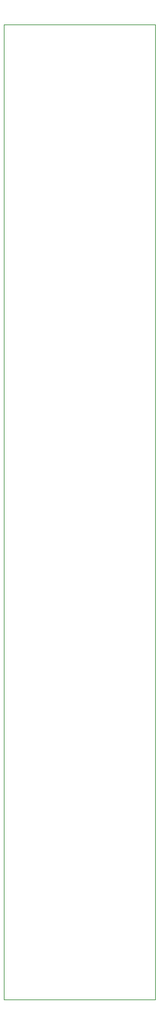
<source format=gbr>
%TF.GenerationSoftware,KiCad,Pcbnew,(5.1.5)-3*%
%TF.CreationDate,2020-03-17T21:30:24+01:00*%
%TF.ProjectId,KicadJE-EuroPowerSupply2-Faceplate,4b696361-644a-4452-9d45-75726f506f77,Rev A*%
%TF.SameCoordinates,Original*%
%TF.FileFunction,Paste,Bot*%
%TF.FilePolarity,Positive*%
%FSLAX46Y46*%
G04 Gerber Fmt 4.6, Leading zero omitted, Abs format (unit mm)*
G04 Created by KiCad (PCBNEW (5.1.5)-3) date 2020-03-17 21:30:24*
%MOMM*%
%LPD*%
G04 APERTURE LIST*
%ADD10C,0.050000*%
G04 APERTURE END LIST*
D10*
X-9000000Y-164000000D02*
X-9000000Y-36000000D01*
X11000000Y-164000000D02*
X-9000000Y-164000000D01*
X11000000Y-36000000D02*
X11000000Y-164000000D01*
X-9000000Y-36000000D02*
X11000000Y-36000000D01*
M02*

</source>
